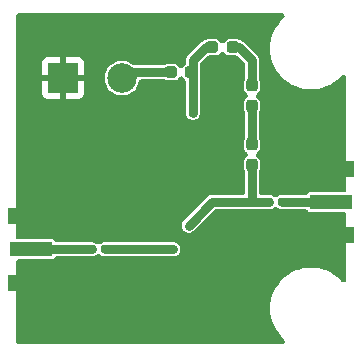
<source format=gbr>
%TF.GenerationSoftware,KiCad,Pcbnew,8.0.2*%
%TF.CreationDate,2025-01-11T00:45:03-03:00*%
%TF.ProjectId,rx_amp,72785f61-6d70-42e6-9b69-6361645f7063,rev?*%
%TF.SameCoordinates,Original*%
%TF.FileFunction,Copper,L1,Top*%
%TF.FilePolarity,Positive*%
%FSLAX46Y46*%
G04 Gerber Fmt 4.6, Leading zero omitted, Abs format (unit mm)*
G04 Created by KiCad (PCBNEW 8.0.2) date 2025-01-11 00:45:03*
%MOMM*%
%LPD*%
G01*
G04 APERTURE LIST*
G04 Aperture macros list*
%AMRoundRect*
0 Rectangle with rounded corners*
0 $1 Rounding radius*
0 $2 $3 $4 $5 $6 $7 $8 $9 X,Y pos of 4 corners*
0 Add a 4 corners polygon primitive as box body*
4,1,4,$2,$3,$4,$5,$6,$7,$8,$9,$2,$3,0*
0 Add four circle primitives for the rounded corners*
1,1,$1+$1,$2,$3*
1,1,$1+$1,$4,$5*
1,1,$1+$1,$6,$7*
1,1,$1+$1,$8,$9*
0 Add four rect primitives between the rounded corners*
20,1,$1+$1,$2,$3,$4,$5,0*
20,1,$1+$1,$4,$5,$6,$7,0*
20,1,$1+$1,$6,$7,$8,$9,0*
20,1,$1+$1,$8,$9,$2,$3,0*%
G04 Aperture macros list end*
%TA.AperFunction,SMDPad,CuDef*%
%ADD10RoundRect,0.237500X-0.287500X-0.237500X0.287500X-0.237500X0.287500X0.237500X-0.287500X0.237500X0*%
%TD*%
%TA.AperFunction,SMDPad,CuDef*%
%ADD11RoundRect,0.155000X-0.155000X0.212500X-0.155000X-0.212500X0.155000X-0.212500X0.155000X0.212500X0*%
%TD*%
%TA.AperFunction,SMDPad,CuDef*%
%ADD12RoundRect,0.155000X-0.212500X-0.155000X0.212500X-0.155000X0.212500X0.155000X-0.212500X0.155000X0*%
%TD*%
%TA.AperFunction,SMDPad,CuDef*%
%ADD13R,3.600000X1.270000*%
%TD*%
%TA.AperFunction,SMDPad,CuDef*%
%ADD14R,4.200000X1.350000*%
%TD*%
%TA.AperFunction,SMDPad,CuDef*%
%ADD15RoundRect,0.237500X-0.237500X0.287500X-0.237500X-0.287500X0.237500X-0.287500X0.237500X0.287500X0*%
%TD*%
%TA.AperFunction,SMDPad,CuDef*%
%ADD16R,0.500000X0.580000*%
%TD*%
%TA.AperFunction,SMDPad,CuDef*%
%ADD17R,0.800000X0.580000*%
%TD*%
%TA.AperFunction,ComponentPad*%
%ADD18R,2.500000X2.500000*%
%TD*%
%TA.AperFunction,ComponentPad*%
%ADD19C,2.500000*%
%TD*%
%TA.AperFunction,ViaPad*%
%ADD20C,0.500000*%
%TD*%
%TA.AperFunction,Conductor*%
%ADD21C,0.800000*%
%TD*%
G04 APERTURE END LIST*
D10*
%TO.P,R1,1*%
%TO.N,Net-(C3-Pad1)*%
X127625000Y-93900000D03*
%TO.P,R1,2*%
%TO.N,Net-(L1-Pad1)*%
X129375000Y-93900000D03*
%TD*%
%TO.P,L3,1*%
%TO.N,Net-(J3-Pin_2)*%
X124125000Y-96000000D03*
%TO.P,L3,2*%
%TO.N,Net-(C3-Pad1)*%
X125875000Y-96000000D03*
%TD*%
D11*
%TO.P,C3,1*%
%TO.N,Net-(C3-Pad1)*%
X126000000Y-99432500D03*
%TO.P,C3,2*%
%TO.N,GND*%
X126000000Y-100567500D03*
%TD*%
D12*
%TO.P,C2,1*%
%TO.N,Net-(IC1-OUT)*%
X132432500Y-107000000D03*
%TO.P,C2,2*%
%TO.N,Net-(J2-In)*%
X133567500Y-107000000D03*
%TD*%
D13*
%TO.P,J2,1,In*%
%TO.N,Net-(J2-In)*%
X137700000Y-107000000D03*
D14*
%TO.P,J2,2,Ext*%
%TO.N,GND*%
X137500000Y-109825000D03*
X137500000Y-104175000D03*
%TD*%
D13*
%TO.P,J1,1,In*%
%TO.N,Net-(J1-In)*%
X112300000Y-111000000D03*
D14*
%TO.P,J1,2,Ext*%
%TO.N,GND*%
X112500000Y-108175000D03*
X112500000Y-113825000D03*
%TD*%
D15*
%TO.P,L2,1*%
%TO.N,Net-(L1-Pad2)*%
X131000000Y-102125000D03*
%TO.P,L2,2*%
%TO.N,Net-(IC1-OUT)*%
X131000000Y-103875000D03*
%TD*%
D16*
%TO.P,IC1,1,IN*%
%TO.N,Net-(IC1-IN)*%
X124340000Y-111010000D03*
D17*
%TO.P,IC1,2,GND_1*%
%TO.N,GND*%
X125490000Y-111010000D03*
D16*
%TO.P,IC1,3,OUT*%
%TO.N,Net-(IC1-OUT)*%
X125640000Y-108990000D03*
%TO.P,IC1,4,GND_2*%
%TO.N,GND*%
X124340000Y-108990000D03*
%TD*%
D15*
%TO.P,L1,1*%
%TO.N,Net-(L1-Pad1)*%
X131000000Y-97125000D03*
%TO.P,L1,2*%
%TO.N,Net-(L1-Pad2)*%
X131000000Y-98875000D03*
%TD*%
D12*
%TO.P,C1,1*%
%TO.N,Net-(J1-In)*%
X117432500Y-111000000D03*
%TO.P,C1,2*%
%TO.N,Net-(IC1-IN)*%
X118567500Y-111000000D03*
%TD*%
D18*
%TO.P,J3,1,Pin_1*%
%TO.N,GND*%
X115000000Y-96500000D03*
D19*
%TO.P,J3,2,Pin_2*%
%TO.N,Net-(J3-Pin_2)*%
X120000000Y-96500000D03*
%TD*%
D20*
%TO.N,GND*%
X122000000Y-110000000D03*
X131000000Y-93000000D03*
X130000000Y-108000000D03*
X135000000Y-106000000D03*
X127000000Y-106000000D03*
X132000000Y-108000000D03*
X125000000Y-108000000D03*
X132000000Y-102000000D03*
X129000000Y-106000000D03*
X130000000Y-99000000D03*
X122000000Y-112000000D03*
X127000000Y-111000000D03*
X134000000Y-108000000D03*
X120000000Y-110000000D03*
X134000000Y-106000000D03*
X121000000Y-112000000D03*
X127000000Y-109000000D03*
X132000000Y-105000000D03*
X130000000Y-97000000D03*
X115000000Y-110000000D03*
X133000000Y-108000000D03*
X127000000Y-99000000D03*
X120000000Y-112000000D03*
X116000000Y-110000000D03*
X115000000Y-108000000D03*
X126000000Y-112000000D03*
X117000000Y-110000000D03*
X119000000Y-112000000D03*
X130000000Y-96000000D03*
X133000000Y-106000000D03*
X132000000Y-99000000D03*
X130000000Y-100000000D03*
X132000000Y-104000000D03*
X127500000Y-92900000D03*
X128000000Y-108000000D03*
X124000000Y-95000000D03*
X124000000Y-112000000D03*
X135000000Y-104000000D03*
X130000000Y-102000000D03*
X123000000Y-108000000D03*
X115000000Y-114000000D03*
X129500000Y-92900000D03*
X115000000Y-112000000D03*
X125000000Y-112000000D03*
X127000000Y-98000000D03*
X125000000Y-94000000D03*
X132000000Y-103000000D03*
X132000000Y-101000000D03*
X130000000Y-105000000D03*
X118000000Y-112000000D03*
X121000000Y-110000000D03*
X128000000Y-106000000D03*
X126000000Y-93000000D03*
X123000000Y-109000000D03*
X123000000Y-112000000D03*
X132000000Y-106000000D03*
X132000000Y-95000000D03*
X119000000Y-110000000D03*
X117000000Y-112000000D03*
X132000000Y-96000000D03*
X129000000Y-108000000D03*
X130000000Y-101000000D03*
X124000000Y-97000000D03*
X135000000Y-110000000D03*
X127000000Y-110000000D03*
X131000000Y-108000000D03*
X124000000Y-108000000D03*
X123000000Y-110000000D03*
X123000000Y-95000000D03*
X127000000Y-96000000D03*
X122000000Y-95000000D03*
X118000000Y-110000000D03*
X130000000Y-106000000D03*
X126000000Y-107000000D03*
X130000000Y-104000000D03*
X123000000Y-97000000D03*
X130000000Y-103000000D03*
X125000000Y-99000000D03*
X132000000Y-100000000D03*
X129500000Y-94900000D03*
X132000000Y-94000000D03*
X116000000Y-112000000D03*
X125000000Y-98000000D03*
X122000000Y-97000000D03*
X132000000Y-97000000D03*
X127000000Y-97000000D03*
X127000000Y-112000000D03*
X127500000Y-94900000D03*
X135000000Y-108000000D03*
%TD*%
D21*
%TO.N,Net-(J1-In)*%
X117432500Y-111000000D02*
X112300000Y-111000000D01*
%TO.N,Net-(IC1-IN)*%
X124340000Y-111010000D02*
X118577500Y-111010000D01*
X118577500Y-111010000D02*
X118567500Y-111000000D01*
%TO.N,Net-(J2-In)*%
X137390000Y-107000000D02*
X133567500Y-107000000D01*
%TO.N,Net-(IC1-OUT)*%
X130000000Y-107000000D02*
X131000000Y-107000000D01*
X132432500Y-107000000D02*
X130000000Y-107000000D01*
X130000000Y-107000000D02*
X127630000Y-107000000D01*
X131000000Y-107000000D02*
X131000000Y-103874999D01*
X127630000Y-107000000D02*
X125640000Y-108990000D01*
%TO.N,Net-(L1-Pad2)*%
X131000000Y-102125001D02*
X131000000Y-98874999D01*
%TO.N,Net-(L1-Pad1)*%
X129900000Y-93900000D02*
X129375000Y-93900000D01*
X131000000Y-95000000D02*
X129900000Y-93900000D01*
X131000000Y-97125001D02*
X131000000Y-95000000D01*
%TO.N,Net-(J3-Pin_2)*%
X120500000Y-96000000D02*
X124125000Y-96000000D01*
X120000000Y-96500000D02*
X120500000Y-96000000D01*
%TO.N,Net-(C3-Pad1)*%
X126000000Y-96000000D02*
X126000000Y-95000000D01*
X127100000Y-93900000D02*
X127625000Y-93900000D01*
X126000000Y-95000000D02*
X127100000Y-93900000D01*
X126000000Y-96000000D02*
X126000000Y-99432500D01*
%TD*%
%TA.AperFunction,Conductor*%
%TO.N,GND*%
G36*
X133619953Y-91018954D02*
G01*
X133700735Y-91072930D01*
X133754711Y-91153712D01*
X133773665Y-91249000D01*
X133754711Y-91344288D01*
X133700735Y-91425070D01*
X133695902Y-91429773D01*
X133491276Y-91623604D01*
X133249046Y-91908779D01*
X133039069Y-92218473D01*
X132863810Y-92549044D01*
X132863805Y-92549057D01*
X132725323Y-92896622D01*
X132725322Y-92896624D01*
X132625219Y-93257161D01*
X132625218Y-93257167D01*
X132564688Y-93626390D01*
X132544432Y-94000000D01*
X132564688Y-94373609D01*
X132625218Y-94742832D01*
X132625219Y-94742838D01*
X132725322Y-95103375D01*
X132725323Y-95103377D01*
X132863805Y-95450942D01*
X132863810Y-95450955D01*
X133039069Y-95781526D01*
X133039072Y-95781531D01*
X133249046Y-96091221D01*
X133491273Y-96376392D01*
X133491276Y-96376395D01*
X133762905Y-96633696D01*
X133762907Y-96633697D01*
X133762913Y-96633703D01*
X134060780Y-96860136D01*
X134381383Y-97053036D01*
X134381387Y-97053038D01*
X134381389Y-97053039D01*
X134381391Y-97053040D01*
X134431066Y-97076022D01*
X134720962Y-97210142D01*
X135075538Y-97329613D01*
X135440951Y-97410046D01*
X135494089Y-97415825D01*
X135812913Y-97450500D01*
X135812919Y-97450500D01*
X136187087Y-97450500D01*
X136466057Y-97420159D01*
X136559049Y-97410046D01*
X136924462Y-97329613D01*
X137279038Y-97210142D01*
X137618617Y-97053036D01*
X137939220Y-96860136D01*
X138237087Y-96633703D01*
X138508727Y-96376392D01*
X138561222Y-96314589D01*
X138637356Y-96254235D01*
X138730792Y-96227610D01*
X138827304Y-96238768D01*
X138912199Y-96286011D01*
X138972554Y-96362145D01*
X138999179Y-96455581D01*
X139000000Y-96475789D01*
X139000000Y-105915500D01*
X138981046Y-106010788D01*
X138927070Y-106091570D01*
X138846288Y-106145546D01*
X138751000Y-106164500D01*
X135880252Y-106164500D01*
X135845162Y-106171479D01*
X135821767Y-106176133D01*
X135755451Y-106220445D01*
X135755446Y-106220450D01*
X135709751Y-106288838D01*
X135641052Y-106357536D01*
X135551293Y-106394716D01*
X135502716Y-106399500D01*
X133488443Y-106399500D01*
X133335716Y-106440422D01*
X133198785Y-106519479D01*
X133196381Y-106521324D01*
X133154169Y-106547472D01*
X133145573Y-106551674D01*
X133144689Y-106552306D01*
X133139431Y-106554677D01*
X133127037Y-106560737D01*
X133126848Y-106560352D01*
X133056126Y-106592250D01*
X132959017Y-106595262D01*
X132868148Y-106560883D01*
X132855314Y-106552308D01*
X132854426Y-106551674D01*
X132845831Y-106547472D01*
X132803615Y-106521321D01*
X132801214Y-106519478D01*
X132664283Y-106440422D01*
X132511557Y-106399500D01*
X131849500Y-106399500D01*
X131754212Y-106380546D01*
X131673430Y-106326570D01*
X131619454Y-106245788D01*
X131600500Y-106150500D01*
X131600500Y-104485372D01*
X131619454Y-104390084D01*
X131629038Y-104369696D01*
X131629114Y-104369476D01*
X131629116Y-104369475D01*
X131672725Y-104244849D01*
X131675500Y-104215256D01*
X131675500Y-103534744D01*
X131672725Y-103505151D01*
X131629116Y-103380525D01*
X131550711Y-103274289D01*
X131550706Y-103274284D01*
X131450521Y-103200346D01*
X131385107Y-103128513D01*
X131352162Y-103037114D01*
X131356701Y-102940065D01*
X131398034Y-102852141D01*
X131450521Y-102799654D01*
X131550706Y-102725715D01*
X131550707Y-102725713D01*
X131550711Y-102725711D01*
X131629116Y-102619475D01*
X131672725Y-102494849D01*
X131675500Y-102465256D01*
X131675500Y-101784744D01*
X131672725Y-101755151D01*
X131629116Y-101630525D01*
X131629115Y-101630524D01*
X131622953Y-101612913D01*
X131623871Y-101612591D01*
X131601588Y-101537875D01*
X131600500Y-101514628D01*
X131600500Y-99485372D01*
X131619454Y-99390084D01*
X131629038Y-99369696D01*
X131629114Y-99369476D01*
X131629116Y-99369475D01*
X131672725Y-99244849D01*
X131675500Y-99215256D01*
X131675500Y-98534744D01*
X131672725Y-98505151D01*
X131629116Y-98380525D01*
X131550711Y-98274289D01*
X131550706Y-98274284D01*
X131450521Y-98200346D01*
X131385107Y-98128513D01*
X131352162Y-98037114D01*
X131356701Y-97940065D01*
X131398034Y-97852141D01*
X131450521Y-97799654D01*
X131550706Y-97725715D01*
X131550707Y-97725713D01*
X131550711Y-97725711D01*
X131629116Y-97619475D01*
X131672725Y-97494849D01*
X131675500Y-97465256D01*
X131675500Y-96784744D01*
X131672725Y-96755151D01*
X131629116Y-96630525D01*
X131629115Y-96630524D01*
X131622953Y-96612913D01*
X131623871Y-96612591D01*
X131601588Y-96537875D01*
X131600500Y-96514628D01*
X131600500Y-95099135D01*
X131600501Y-95099122D01*
X131600501Y-94920942D01*
X131559577Y-94768215D01*
X131559577Y-94768214D01*
X131530639Y-94718094D01*
X131530636Y-94718089D01*
X131480521Y-94631286D01*
X131480520Y-94631284D01*
X131368716Y-94519480D01*
X131368713Y-94519478D01*
X130380521Y-93531286D01*
X130380520Y-93531284D01*
X130268716Y-93419480D01*
X130181906Y-93369361D01*
X130181903Y-93369358D01*
X130131784Y-93340422D01*
X130131781Y-93340421D01*
X129979056Y-93299498D01*
X129962873Y-93297368D01*
X129963173Y-93295083D01*
X129890082Y-93280545D01*
X129869692Y-93270960D01*
X129744846Y-93227274D01*
X129715264Y-93224500D01*
X129715256Y-93224500D01*
X129034744Y-93224500D01*
X129034735Y-93224500D01*
X129005153Y-93227274D01*
X128880525Y-93270883D01*
X128774290Y-93349287D01*
X128774287Y-93349290D01*
X128700346Y-93449479D01*
X128628512Y-93514893D01*
X128537113Y-93547838D01*
X128440064Y-93543298D01*
X128352140Y-93501965D01*
X128299654Y-93449479D01*
X128225712Y-93349290D01*
X128225709Y-93349287D01*
X128119474Y-93270883D01*
X127994846Y-93227274D01*
X127965264Y-93224500D01*
X127965256Y-93224500D01*
X127284744Y-93224500D01*
X127284735Y-93224500D01*
X127255153Y-93227274D01*
X127112912Y-93277047D01*
X127112590Y-93276127D01*
X127037884Y-93298411D01*
X127024422Y-93299040D01*
X127020945Y-93299498D01*
X126868215Y-93340422D01*
X126868212Y-93340424D01*
X126818096Y-93369358D01*
X126818095Y-93369360D01*
X126731284Y-93419480D01*
X126731283Y-93419481D01*
X126731280Y-93419483D01*
X126619479Y-93531283D01*
X126619480Y-93531284D01*
X126619478Y-93531286D01*
X125631286Y-94519478D01*
X125631284Y-94519480D01*
X125631283Y-94519479D01*
X125519483Y-94631280D01*
X125519481Y-94631283D01*
X125519480Y-94631284D01*
X125469360Y-94718095D01*
X125469359Y-94718094D01*
X125440424Y-94768212D01*
X125440422Y-94768215D01*
X125399499Y-94920943D01*
X125399499Y-95099122D01*
X125399500Y-95099135D01*
X125399500Y-95231177D01*
X125380546Y-95326465D01*
X125326570Y-95407247D01*
X125298362Y-95431521D01*
X125274293Y-95449284D01*
X125274287Y-95449290D01*
X125200346Y-95549479D01*
X125128512Y-95614893D01*
X125037113Y-95647838D01*
X124940064Y-95643298D01*
X124852140Y-95601965D01*
X124799654Y-95549479D01*
X124725712Y-95449290D01*
X124725709Y-95449287D01*
X124619474Y-95370883D01*
X124494846Y-95327274D01*
X124465264Y-95324500D01*
X124465256Y-95324500D01*
X123784744Y-95324500D01*
X123784735Y-95324500D01*
X123755154Y-95327274D01*
X123755151Y-95327274D01*
X123755151Y-95327275D01*
X123630525Y-95370884D01*
X123630524Y-95370884D01*
X123612913Y-95377047D01*
X123612591Y-95376128D01*
X123537875Y-95398412D01*
X123514628Y-95399500D01*
X121033120Y-95399500D01*
X120937832Y-95380546D01*
X120880181Y-95346996D01*
X120796071Y-95281531D01*
X120796070Y-95281530D01*
X120796067Y-95281528D01*
X120649421Y-95202167D01*
X120584655Y-95167117D01*
X120357297Y-95089066D01*
X120357294Y-95089065D01*
X120120192Y-95049500D01*
X119879808Y-95049500D01*
X119642705Y-95089065D01*
X119642702Y-95089066D01*
X119415344Y-95167117D01*
X119203931Y-95281529D01*
X119113551Y-95351875D01*
X119052363Y-95399500D01*
X119014235Y-95429176D01*
X118851428Y-95606032D01*
X118719950Y-95807272D01*
X118719949Y-95807274D01*
X118623389Y-96027409D01*
X118564380Y-96260433D01*
X118544529Y-96500000D01*
X118564380Y-96739566D01*
X118623389Y-96972590D01*
X118719949Y-97192725D01*
X118719950Y-97192727D01*
X118719951Y-97192728D01*
X118851429Y-97393969D01*
X119014236Y-97570825D01*
X119203933Y-97718472D01*
X119415344Y-97832882D01*
X119642703Y-97910934D01*
X119879808Y-97950500D01*
X120120192Y-97950500D01*
X120357297Y-97910934D01*
X120584656Y-97832882D01*
X120796067Y-97718472D01*
X120985764Y-97570825D01*
X121148571Y-97393969D01*
X121280049Y-97192728D01*
X121376610Y-96972591D01*
X121423259Y-96788373D01*
X121465024Y-96700656D01*
X121537179Y-96635596D01*
X121628739Y-96603102D01*
X121664640Y-96600500D01*
X123514628Y-96600500D01*
X123609916Y-96619454D01*
X123630306Y-96629039D01*
X123630524Y-96629115D01*
X123630525Y-96629116D01*
X123755151Y-96672725D01*
X123784738Y-96675499D01*
X123784742Y-96675500D01*
X123784744Y-96675500D01*
X124465258Y-96675500D01*
X124465260Y-96675499D01*
X124494849Y-96672725D01*
X124619475Y-96629116D01*
X124725711Y-96550711D01*
X124731768Y-96542505D01*
X124799654Y-96450521D01*
X124871487Y-96385107D01*
X124962886Y-96352162D01*
X125059935Y-96356701D01*
X125147859Y-96398034D01*
X125200346Y-96450521D01*
X125274284Y-96550706D01*
X125274289Y-96550711D01*
X125298359Y-96568475D01*
X125363773Y-96640309D01*
X125396718Y-96731707D01*
X125399500Y-96768822D01*
X125399500Y-99511557D01*
X125440422Y-99664283D01*
X125519478Y-99801214D01*
X125521321Y-99803615D01*
X125547472Y-99845831D01*
X125547477Y-99845841D01*
X125551676Y-99854429D01*
X125551677Y-99854430D01*
X125551679Y-99854433D01*
X125635569Y-99938322D01*
X125635571Y-99938324D01*
X125635572Y-99938324D01*
X125635574Y-99938326D01*
X125742158Y-99990432D01*
X125742160Y-99990433D01*
X125771362Y-99994687D01*
X125771369Y-99994688D01*
X125799922Y-100000572D01*
X125920943Y-100033000D01*
X126079056Y-100033000D01*
X126079057Y-100033000D01*
X126200086Y-100000569D01*
X126228626Y-99994688D01*
X126257840Y-99990433D01*
X126364429Y-99938324D01*
X126448324Y-99854429D01*
X126452523Y-99845838D01*
X126478682Y-99803611D01*
X126480515Y-99801221D01*
X126480515Y-99801220D01*
X126480520Y-99801216D01*
X126559577Y-99664284D01*
X126600500Y-99511557D01*
X126600500Y-95920943D01*
X126600500Y-95920942D01*
X126600500Y-95709744D01*
X126600500Y-95351873D01*
X126619454Y-95256585D01*
X126673426Y-95175808D01*
X127200806Y-94648427D01*
X127281585Y-94594454D01*
X127376873Y-94575500D01*
X127965258Y-94575500D01*
X127965260Y-94575499D01*
X127994849Y-94572725D01*
X128119475Y-94529116D01*
X128225711Y-94450711D01*
X128282612Y-94373613D01*
X128299654Y-94350521D01*
X128371487Y-94285107D01*
X128462886Y-94252162D01*
X128559935Y-94256701D01*
X128647859Y-94298034D01*
X128700346Y-94350521D01*
X128774284Y-94450706D01*
X128774289Y-94450711D01*
X128880525Y-94529116D01*
X129005151Y-94572725D01*
X129034738Y-94575499D01*
X129034742Y-94575500D01*
X129623125Y-94575500D01*
X129718413Y-94594454D01*
X129799195Y-94648430D01*
X130326570Y-95175805D01*
X130380546Y-95256587D01*
X130399500Y-95351875D01*
X130399500Y-96514628D01*
X130380546Y-96609916D01*
X130370960Y-96630306D01*
X130327274Y-96755154D01*
X130324500Y-96784735D01*
X130324500Y-97465264D01*
X130327274Y-97494846D01*
X130370883Y-97619474D01*
X130449287Y-97725709D01*
X130449290Y-97725712D01*
X130549479Y-97799654D01*
X130614893Y-97871488D01*
X130647838Y-97962887D01*
X130643298Y-98059936D01*
X130601965Y-98147860D01*
X130549479Y-98200346D01*
X130449290Y-98274287D01*
X130449287Y-98274290D01*
X130370883Y-98380525D01*
X130327274Y-98505153D01*
X130324500Y-98534735D01*
X130324500Y-99215264D01*
X130327274Y-99244846D01*
X130377047Y-99387088D01*
X130376128Y-99387409D01*
X130398412Y-99462118D01*
X130399500Y-99485372D01*
X130399500Y-101514628D01*
X130380546Y-101609916D01*
X130370960Y-101630306D01*
X130327274Y-101755154D01*
X130324500Y-101784735D01*
X130324500Y-102465264D01*
X130327274Y-102494846D01*
X130370883Y-102619474D01*
X130449287Y-102725709D01*
X130449290Y-102725712D01*
X130549479Y-102799654D01*
X130614893Y-102871488D01*
X130647838Y-102962887D01*
X130643298Y-103059936D01*
X130601965Y-103147860D01*
X130549479Y-103200346D01*
X130449290Y-103274287D01*
X130449287Y-103274290D01*
X130370883Y-103380525D01*
X130327274Y-103505153D01*
X130324500Y-103534735D01*
X130324500Y-104215264D01*
X130327274Y-104244846D01*
X130377047Y-104387088D01*
X130376128Y-104387409D01*
X130398412Y-104462118D01*
X130399500Y-104485372D01*
X130399500Y-106150500D01*
X130380546Y-106245788D01*
X130326570Y-106326570D01*
X130245788Y-106380546D01*
X130150500Y-106399500D01*
X127724334Y-106399500D01*
X127724318Y-106399499D01*
X127709057Y-106399499D01*
X127550943Y-106399499D01*
X127518668Y-106408147D01*
X127398215Y-106440422D01*
X127398212Y-106440424D01*
X127348096Y-106469358D01*
X127348095Y-106469360D01*
X127261284Y-106519480D01*
X127261283Y-106519481D01*
X127261280Y-106519483D01*
X127149479Y-106631283D01*
X127149480Y-106631284D01*
X125159478Y-108621286D01*
X125080424Y-108758212D01*
X125080422Y-108758215D01*
X125039499Y-108910943D01*
X125039499Y-109069056D01*
X125080422Y-109221784D01*
X125080424Y-109221787D01*
X125159478Y-109358713D01*
X125271286Y-109470521D01*
X125375256Y-109530548D01*
X125408215Y-109549577D01*
X125560943Y-109590501D01*
X125560944Y-109590501D01*
X125719056Y-109590501D01*
X125719057Y-109590501D01*
X125871785Y-109549577D01*
X126008716Y-109470519D01*
X127805805Y-107673430D01*
X127886587Y-107619454D01*
X127981875Y-107600500D01*
X132511557Y-107600500D01*
X132664284Y-107559577D01*
X132801216Y-107480520D01*
X132801221Y-107480515D01*
X132803611Y-107478682D01*
X132845838Y-107452523D01*
X132854429Y-107448324D01*
X132854434Y-107448318D01*
X132855301Y-107447700D01*
X132860530Y-107445340D01*
X132872968Y-107439261D01*
X132873156Y-107439645D01*
X132943863Y-107407751D01*
X133040971Y-107404735D01*
X133131842Y-107439110D01*
X133144689Y-107447694D01*
X133145570Y-107448323D01*
X133145571Y-107448324D01*
X133154164Y-107452525D01*
X133196386Y-107478680D01*
X133198784Y-107480520D01*
X133335716Y-107559577D01*
X133488443Y-107600500D01*
X135502716Y-107600500D01*
X135598004Y-107619454D01*
X135678786Y-107673430D01*
X135709751Y-107711162D01*
X135711132Y-107713229D01*
X135711133Y-107713231D01*
X135755448Y-107779552D01*
X135755451Y-107779554D01*
X135821767Y-107823866D01*
X135821769Y-107823867D01*
X135880252Y-107835500D01*
X135880255Y-107835500D01*
X138751000Y-107835500D01*
X138846288Y-107854454D01*
X138927070Y-107908430D01*
X138981046Y-107989212D01*
X139000000Y-108084500D01*
X139000000Y-113524210D01*
X138981046Y-113619498D01*
X138927070Y-113700280D01*
X138846288Y-113754256D01*
X138751000Y-113773210D01*
X138655712Y-113754256D01*
X138574930Y-113700280D01*
X138561223Y-113685411D01*
X138508727Y-113623608D01*
X138333363Y-113457494D01*
X138237094Y-113366303D01*
X138237091Y-113366301D01*
X138237087Y-113366297D01*
X137939220Y-113139864D01*
X137618617Y-112946964D01*
X137618615Y-112946963D01*
X137618610Y-112946960D01*
X137618608Y-112946959D01*
X137279049Y-112789863D01*
X137279033Y-112789856D01*
X137168431Y-112752590D01*
X136924462Y-112670387D01*
X136924456Y-112670385D01*
X136924454Y-112670385D01*
X136559047Y-112589953D01*
X136187087Y-112549500D01*
X136187081Y-112549500D01*
X135812919Y-112549500D01*
X135812913Y-112549500D01*
X135440952Y-112589953D01*
X135075545Y-112670385D01*
X135075541Y-112670386D01*
X135075538Y-112670387D01*
X134949760Y-112712766D01*
X134720966Y-112789856D01*
X134720950Y-112789863D01*
X134381391Y-112946959D01*
X134381389Y-112946960D01*
X134060779Y-113139864D01*
X133878144Y-113278700D01*
X133762913Y-113366297D01*
X133762911Y-113366299D01*
X133762905Y-113366303D01*
X133491276Y-113623604D01*
X133249046Y-113908779D01*
X133039069Y-114218473D01*
X132863810Y-114549044D01*
X132863805Y-114549057D01*
X132725323Y-114896622D01*
X132725322Y-114896624D01*
X132625219Y-115257161D01*
X132625218Y-115257167D01*
X132564688Y-115626390D01*
X132544432Y-116000000D01*
X132564688Y-116373609D01*
X132625218Y-116742832D01*
X132625219Y-116742838D01*
X132725322Y-117103375D01*
X132725323Y-117103377D01*
X132863805Y-117450942D01*
X132863810Y-117450955D01*
X133039069Y-117781526D01*
X133039072Y-117781531D01*
X133249046Y-118091221D01*
X133491273Y-118376392D01*
X133491276Y-118376395D01*
X133695902Y-118570227D01*
X133752046Y-118649518D01*
X133773574Y-118744258D01*
X133757207Y-118840024D01*
X133705438Y-118922237D01*
X133626147Y-118978381D01*
X133531407Y-118999909D01*
X133524665Y-119000000D01*
X111249000Y-119000000D01*
X111153712Y-118981046D01*
X111072930Y-118927070D01*
X111018954Y-118846288D01*
X111000000Y-118751000D01*
X111000000Y-112084500D01*
X111018954Y-111989212D01*
X111072930Y-111908430D01*
X111153712Y-111854454D01*
X111249000Y-111835500D01*
X114119745Y-111835500D01*
X114119748Y-111835500D01*
X114178231Y-111823867D01*
X114244552Y-111779552D01*
X114288867Y-111713231D01*
X114288867Y-111713229D01*
X114290249Y-111711162D01*
X114358948Y-111642464D01*
X114448707Y-111605284D01*
X114497284Y-111600500D01*
X117511557Y-111600500D01*
X117664284Y-111559577D01*
X117801216Y-111480520D01*
X117801221Y-111480515D01*
X117803611Y-111478682D01*
X117845838Y-111452523D01*
X117854429Y-111448324D01*
X117854434Y-111448318D01*
X117855301Y-111447700D01*
X117860530Y-111445340D01*
X117872968Y-111439261D01*
X117873156Y-111439645D01*
X117943863Y-111407751D01*
X118040971Y-111404735D01*
X118131842Y-111439110D01*
X118144689Y-111447694D01*
X118145572Y-111448325D01*
X118149361Y-111450177D01*
X118194458Y-111482375D01*
X118195834Y-111480583D01*
X118208783Y-111490519D01*
X118208784Y-111490520D01*
X118295591Y-111540637D01*
X118295594Y-111540639D01*
X118328395Y-111559577D01*
X118345715Y-111569577D01*
X118461122Y-111600500D01*
X118498439Y-111610499D01*
X118498441Y-111610500D01*
X118498443Y-111610500D01*
X124419057Y-111610500D01*
X124571784Y-111569577D01*
X124708716Y-111490520D01*
X124820520Y-111378716D01*
X124899577Y-111241784D01*
X124940500Y-111089057D01*
X124940500Y-110930943D01*
X124899577Y-110778216D01*
X124820520Y-110641284D01*
X124708716Y-110529480D01*
X124708713Y-110529478D01*
X124571783Y-110450422D01*
X124419057Y-110409500D01*
X118716661Y-110409500D01*
X118652221Y-110401016D01*
X118646557Y-110399499D01*
X118488443Y-110399499D01*
X118482782Y-110401016D01*
X118335716Y-110440422D01*
X118198772Y-110519487D01*
X118196369Y-110521332D01*
X118154178Y-110547467D01*
X118145575Y-110551673D01*
X118144689Y-110552306D01*
X118139430Y-110554677D01*
X118127044Y-110560734D01*
X118126855Y-110560349D01*
X118056126Y-110592250D01*
X117959017Y-110595262D01*
X117868148Y-110560883D01*
X117855314Y-110552308D01*
X117854426Y-110551674D01*
X117845831Y-110547472D01*
X117803615Y-110521321D01*
X117801214Y-110519478D01*
X117664283Y-110440422D01*
X117511557Y-110399500D01*
X114497284Y-110399500D01*
X114401996Y-110380546D01*
X114321214Y-110326570D01*
X114290249Y-110288838D01*
X114244553Y-110220450D01*
X114244552Y-110220448D01*
X114244548Y-110220445D01*
X114178232Y-110176133D01*
X114163610Y-110173224D01*
X114119748Y-110164500D01*
X111249000Y-110164500D01*
X111153712Y-110145546D01*
X111072930Y-110091570D01*
X111018954Y-110010788D01*
X111000000Y-109915500D01*
X111000000Y-95202167D01*
X113250000Y-95202167D01*
X113250000Y-96249999D01*
X113250001Y-96250000D01*
X114399999Y-96250000D01*
X114374979Y-96310402D01*
X114350000Y-96435981D01*
X114350000Y-96564019D01*
X114374979Y-96689598D01*
X114399999Y-96750000D01*
X113250001Y-96750000D01*
X113250000Y-96750001D01*
X113250000Y-97797832D01*
X113256401Y-97857371D01*
X113256403Y-97857378D01*
X113306646Y-97992087D01*
X113392810Y-98107187D01*
X113392812Y-98107189D01*
X113507912Y-98193353D01*
X113642621Y-98243596D01*
X113642628Y-98243598D01*
X113702167Y-98249999D01*
X113702175Y-98250000D01*
X114749999Y-98250000D01*
X114750000Y-98249999D01*
X114750000Y-97100001D01*
X114810402Y-97125021D01*
X114935981Y-97150000D01*
X115064019Y-97150000D01*
X115189598Y-97125021D01*
X115250000Y-97100001D01*
X115250000Y-98249999D01*
X115250001Y-98250000D01*
X116297825Y-98250000D01*
X116297832Y-98249999D01*
X116357371Y-98243598D01*
X116357378Y-98243596D01*
X116492087Y-98193353D01*
X116607187Y-98107189D01*
X116607189Y-98107187D01*
X116693353Y-97992087D01*
X116743596Y-97857378D01*
X116743598Y-97857371D01*
X116749999Y-97797832D01*
X116750000Y-97797825D01*
X116750000Y-96750001D01*
X116749999Y-96750000D01*
X115600001Y-96750000D01*
X115625021Y-96689598D01*
X115650000Y-96564019D01*
X115650000Y-96435981D01*
X115625021Y-96310402D01*
X115600001Y-96250000D01*
X116749999Y-96250000D01*
X116750000Y-96249999D01*
X116750000Y-95202175D01*
X116749999Y-95202167D01*
X116743598Y-95142628D01*
X116743596Y-95142621D01*
X116693353Y-95007912D01*
X116607189Y-94892812D01*
X116607187Y-94892810D01*
X116492087Y-94806646D01*
X116357378Y-94756403D01*
X116357371Y-94756401D01*
X116297832Y-94750000D01*
X115250001Y-94750000D01*
X115250000Y-94750001D01*
X115250000Y-95899998D01*
X115189598Y-95874979D01*
X115064019Y-95850000D01*
X114935981Y-95850000D01*
X114810402Y-95874979D01*
X114750000Y-95899998D01*
X114750000Y-94750001D01*
X114749999Y-94750000D01*
X113702167Y-94750000D01*
X113642628Y-94756401D01*
X113642621Y-94756403D01*
X113507912Y-94806646D01*
X113392812Y-94892810D01*
X113392810Y-94892812D01*
X113306646Y-95007912D01*
X113256403Y-95142621D01*
X113256401Y-95142628D01*
X113250000Y-95202167D01*
X111000000Y-95202167D01*
X111000000Y-91249000D01*
X111018954Y-91153712D01*
X111072930Y-91072930D01*
X111153712Y-91018954D01*
X111249000Y-91000000D01*
X133524665Y-91000000D01*
X133619953Y-91018954D01*
G37*
%TD.AperFunction*%
%TD*%
M02*

</source>
